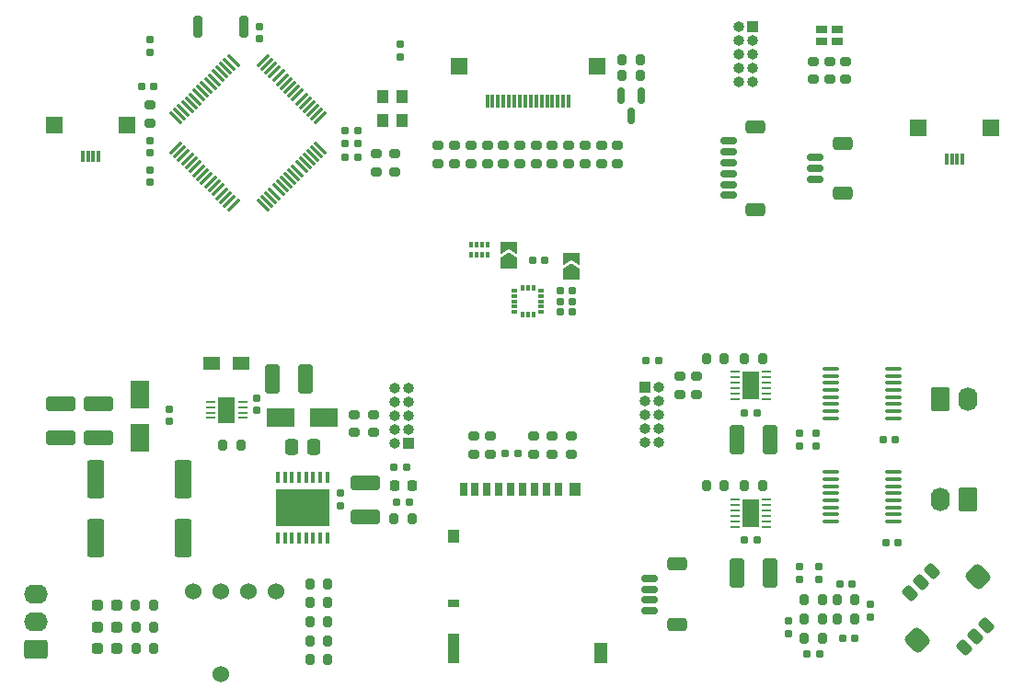
<source format=gbr>
%TF.GenerationSoftware,KiCad,Pcbnew,(6.0.4)*%
%TF.CreationDate,2022-08-24T21:10:21+09:00*%
%TF.ProjectId,robotrace_v1_main,726f626f-7472-4616-9365-5f76315f6d61,rev?*%
%TF.SameCoordinates,Original*%
%TF.FileFunction,Soldermask,Top*%
%TF.FilePolarity,Negative*%
%FSLAX46Y46*%
G04 Gerber Fmt 4.6, Leading zero omitted, Abs format (unit mm)*
G04 Created by KiCad (PCBNEW (6.0.4)) date 2022-08-24 21:10:21*
%MOMM*%
%LPD*%
G01*
G04 APERTURE LIST*
G04 Aperture macros list*
%AMRoundRect*
0 Rectangle with rounded corners*
0 $1 Rounding radius*
0 $2 $3 $4 $5 $6 $7 $8 $9 X,Y pos of 4 corners*
0 Add a 4 corners polygon primitive as box body*
4,1,4,$2,$3,$4,$5,$6,$7,$8,$9,$2,$3,0*
0 Add four circle primitives for the rounded corners*
1,1,$1+$1,$2,$3*
1,1,$1+$1,$4,$5*
1,1,$1+$1,$6,$7*
1,1,$1+$1,$8,$9*
0 Add four rect primitives between the rounded corners*
20,1,$1+$1,$2,$3,$4,$5,0*
20,1,$1+$1,$4,$5,$6,$7,0*
20,1,$1+$1,$6,$7,$8,$9,0*
20,1,$1+$1,$8,$9,$2,$3,0*%
%AMFreePoly0*
4,1,6,1.000000,0.000000,0.500000,-0.750000,-0.500000,-0.750000,-0.500000,0.750000,0.500000,0.750000,1.000000,0.000000,1.000000,0.000000,$1*%
%AMFreePoly1*
4,1,6,0.500000,-0.750000,-0.650000,-0.750000,-0.150000,0.000000,-0.650000,0.750000,0.500000,0.750000,0.500000,-0.750000,0.500000,-0.750000,$1*%
G04 Aperture macros list end*
%ADD10RoundRect,0.200000X0.275000X-0.200000X0.275000X0.200000X-0.275000X0.200000X-0.275000X-0.200000X0*%
%ADD11R,0.700000X1.200000*%
%ADD12R,1.000000X0.800000*%
%ADD13R,1.000000X1.200000*%
%ADD14R,1.000000X2.800000*%
%ADD15R,1.300000X1.900000*%
%ADD16FreePoly0,90.000000*%
%ADD17FreePoly1,90.000000*%
%ADD18RoundRect,0.250000X-0.412500X-1.100000X0.412500X-1.100000X0.412500X1.100000X-0.412500X1.100000X0*%
%ADD19RoundRect,0.200000X-0.275000X0.200000X-0.275000X-0.200000X0.275000X-0.200000X0.275000X0.200000X0*%
%ADD20R,1.500000X1.200000*%
%ADD21R,1.000000X1.000000*%
%ADD22O,1.000000X1.000000*%
%ADD23RoundRect,0.155000X-0.155000X0.212500X-0.155000X-0.212500X0.155000X-0.212500X0.155000X0.212500X0*%
%ADD24RoundRect,0.155000X-0.212500X-0.155000X0.212500X-0.155000X0.212500X0.155000X-0.212500X0.155000X0*%
%ADD25RoundRect,0.200000X0.200000X0.275000X-0.200000X0.275000X-0.200000X-0.275000X0.200000X-0.275000X0*%
%ADD26RoundRect,0.250000X1.100000X-0.412500X1.100000X0.412500X-1.100000X0.412500X-1.100000X-0.412500X0*%
%ADD27RoundRect,0.250000X-0.337500X-0.475000X0.337500X-0.475000X0.337500X0.475000X-0.337500X0.475000X0*%
%ADD28RoundRect,0.155000X0.155000X-0.212500X0.155000X0.212500X-0.155000X0.212500X-0.155000X-0.212500X0*%
%ADD29R,0.450000X1.050000*%
%ADD30R,5.000000X3.400000*%
%ADD31C,1.524000*%
%ADD32R,0.300000X1.000000*%
%ADD33R,1.600000X1.600000*%
%ADD34RoundRect,0.237500X-0.287500X-0.237500X0.287500X-0.237500X0.287500X0.237500X-0.287500X0.237500X0*%
%ADD35RoundRect,0.150000X-0.625000X0.150000X-0.625000X-0.150000X0.625000X-0.150000X0.625000X0.150000X0*%
%ADD36RoundRect,0.250000X-0.650000X0.350000X-0.650000X-0.350000X0.650000X-0.350000X0.650000X0.350000X0*%
%ADD37RoundRect,0.200000X-0.200000X-0.275000X0.200000X-0.275000X0.200000X0.275000X-0.200000X0.275000X0*%
%ADD38RoundRect,0.062500X-0.362500X-0.062500X0.362500X-0.062500X0.362500X0.062500X-0.362500X0.062500X0*%
%ADD39R,1.650000X2.380000*%
%ADD40R,1.800000X2.500000*%
%ADD41RoundRect,0.250000X0.550000X-1.500000X0.550000X1.500000X-0.550000X1.500000X-0.550000X-1.500000X0*%
%ADD42RoundRect,0.075000X0.441942X0.548008X-0.548008X-0.441942X-0.441942X-0.548008X0.548008X0.441942X0*%
%ADD43RoundRect,0.075000X-0.441942X0.548008X-0.548008X0.441942X0.441942X-0.548008X0.548008X-0.441942X0*%
%ADD44R,1.600000X2.500000*%
%ADD45RoundRect,0.250000X-0.620000X-0.845000X0.620000X-0.845000X0.620000X0.845000X-0.620000X0.845000X0*%
%ADD46O,1.740000X2.190000*%
%ADD47RoundRect,0.250000X-1.100000X0.412500X-1.100000X-0.412500X1.100000X-0.412500X1.100000X0.412500X0*%
%ADD48RoundRect,0.250000X-0.477297X0.123744X0.123744X-0.477297X0.477297X-0.123744X-0.123744X0.477297X0*%
%ADD49RoundRect,0.450000X-0.707107X0.070711X0.070711X-0.707107X0.707107X-0.070711X-0.070711X0.707107X0*%
%ADD50R,1.000000X1.300000*%
%ADD51RoundRect,0.200000X0.200000X0.800000X-0.200000X0.800000X-0.200000X-0.800000X0.200000X-0.800000X0*%
%ADD52RoundRect,0.218750X-0.218750X-0.256250X0.218750X-0.256250X0.218750X0.256250X-0.218750X0.256250X0*%
%ADD53RoundRect,0.100000X-0.637500X-0.100000X0.637500X-0.100000X0.637500X0.100000X-0.637500X0.100000X0*%
%ADD54R,2.500000X1.800000*%
%ADD55RoundRect,0.250000X0.620000X0.845000X-0.620000X0.845000X-0.620000X-0.845000X0.620000X-0.845000X0*%
%ADD56RoundRect,0.155000X0.212500X0.155000X-0.212500X0.155000X-0.212500X-0.155000X0.212500X-0.155000X0*%
%ADD57RoundRect,0.087500X-0.187500X-0.087500X0.187500X-0.087500X0.187500X0.087500X-0.187500X0.087500X0*%
%ADD58RoundRect,0.087500X-0.087500X-0.187500X0.087500X-0.187500X0.087500X0.187500X-0.087500X0.187500X0*%
%ADD59RoundRect,0.250000X0.845000X-0.620000X0.845000X0.620000X-0.845000X0.620000X-0.845000X-0.620000X0*%
%ADD60O,2.190000X1.740000*%
%ADD61R,0.300000X1.300000*%
%ADD62RoundRect,0.150000X-0.150000X0.587500X-0.150000X-0.587500X0.150000X-0.587500X0.150000X0.587500X0*%
%ADD63R,0.400000X0.500000*%
%ADD64R,0.300000X0.500000*%
G04 APERTURE END LIST*
D10*
%TO.C,R30*%
X149500000Y-97825000D03*
X149500000Y-96175000D03*
%TD*%
D11*
%TO.C,J8*%
X150025000Y-127810000D03*
X148925000Y-127810000D03*
X147825000Y-127810000D03*
X146725000Y-127810000D03*
X145625000Y-127810000D03*
X144525000Y-127810000D03*
X143425000Y-127810000D03*
X142325000Y-127810000D03*
X141375000Y-127810000D03*
D12*
X140425000Y-138310000D03*
D13*
X151575000Y-127810000D03*
X140425000Y-132110000D03*
D14*
X140425000Y-142460000D03*
D15*
X153925000Y-142910000D03*
%TD*%
D16*
%TO.C,JP4*%
X145500000Y-106975000D03*
D17*
X145500000Y-105525000D03*
%TD*%
D18*
%TO.C,C26*%
X123687500Y-117687500D03*
X126812500Y-117687500D03*
%TD*%
D10*
%TO.C,R18*%
X139000000Y-97825000D03*
X139000000Y-96175000D03*
%TD*%
D19*
%TO.C,R39*%
X161250000Y-117425000D03*
X161250000Y-119075000D03*
%TD*%
D20*
%TO.C,L1*%
X118150000Y-116250000D03*
X120850000Y-116250000D03*
%TD*%
D21*
%TO.C,J5*%
X167895000Y-85225000D03*
D22*
X166625000Y-85225000D03*
X167895000Y-86495000D03*
X166625000Y-86495000D03*
X167895000Y-87765000D03*
X166625000Y-87765000D03*
X167895000Y-89035000D03*
X166625000Y-89035000D03*
X167895000Y-90305000D03*
X166625000Y-90305000D03*
%TD*%
D10*
%TO.C,R29*%
X148000000Y-97825000D03*
X148000000Y-96175000D03*
%TD*%
D23*
%TO.C,C35*%
X174000000Y-134932500D03*
X174000000Y-136067500D03*
%TD*%
D19*
%TO.C,R4*%
X112500000Y-92425000D03*
X112500000Y-94075000D03*
%TD*%
D24*
%TO.C,C42*%
X135182500Y-129000000D03*
X136317500Y-129000000D03*
%TD*%
%TO.C,C24*%
X147682500Y-106750000D03*
X148817500Y-106750000D03*
%TD*%
D19*
%TO.C,R46*%
X133250000Y-96925000D03*
X133250000Y-98575000D03*
%TD*%
D25*
%TO.C,R9*%
X174325000Y-138000000D03*
X172675000Y-138000000D03*
%TD*%
D26*
%TO.C,C38*%
X132250000Y-130312500D03*
X132250000Y-127187500D03*
%TD*%
D27*
%TO.C,C29*%
X125462500Y-123937500D03*
X127537500Y-123937500D03*
%TD*%
D28*
%TO.C,C1*%
X122500000Y-86317500D03*
X122500000Y-85182500D03*
%TD*%
D29*
%TO.C,U6*%
X124225000Y-132275000D03*
X124875000Y-132275000D03*
X125525000Y-132275000D03*
X126175000Y-132275000D03*
X126825000Y-132275000D03*
X127475000Y-132275000D03*
X128125000Y-132275000D03*
X128775000Y-132275000D03*
X128775000Y-126725000D03*
X128125000Y-126725000D03*
X127475000Y-126725000D03*
X126825000Y-126725000D03*
X126175000Y-126725000D03*
X125525000Y-126725000D03*
X124875000Y-126725000D03*
X124225000Y-126725000D03*
D30*
X126500000Y-129500000D03*
%TD*%
D31*
%TO.C,SW3*%
X116410000Y-137200000D03*
X118950000Y-137200000D03*
X121490000Y-137200000D03*
X124030000Y-137200000D03*
X118950000Y-144820000D03*
%TD*%
D32*
%TO.C,J1*%
X187225000Y-97400000D03*
X186725000Y-97400000D03*
X186250000Y-97400000D03*
X185750000Y-97400000D03*
D33*
X183137500Y-94525000D03*
X189837500Y-94525000D03*
%TD*%
D34*
%TO.C,D2*%
X107625000Y-138500000D03*
X109375000Y-138500000D03*
%TD*%
D25*
%TO.C,R12*%
X174325000Y-139750000D03*
X172675000Y-139750000D03*
%TD*%
D35*
%TO.C,J4*%
X158425000Y-136000000D03*
X158425000Y-137000000D03*
X158425000Y-138000000D03*
X158425000Y-139000000D03*
D36*
X160950000Y-140300000D03*
X160950000Y-134700000D03*
%TD*%
D24*
%TO.C,C13*%
X130432500Y-97250000D03*
X131567500Y-97250000D03*
%TD*%
D10*
%TO.C,R27*%
X145000000Y-97825000D03*
X145000000Y-96175000D03*
%TD*%
D37*
%TO.C,R47*%
X134925000Y-130500000D03*
X136575000Y-130500000D03*
%TD*%
D10*
%TO.C,R45*%
X131250000Y-122575000D03*
X131250000Y-120925000D03*
%TD*%
D19*
%TO.C,R17*%
X147750000Y-122925000D03*
X147750000Y-124575000D03*
%TD*%
D28*
%TO.C,C37*%
X130000000Y-129317500D03*
X130000000Y-128182500D03*
%TD*%
D37*
%TO.C,R10*%
X175675000Y-138000000D03*
X177325000Y-138000000D03*
%TD*%
D10*
%TO.C,R28*%
X146500000Y-97825000D03*
X146500000Y-96175000D03*
%TD*%
D38*
%TO.C,U3*%
X118025000Y-119750000D03*
X118025000Y-120250000D03*
X118025000Y-120750000D03*
X118025000Y-121250000D03*
X120975000Y-121250000D03*
X120975000Y-120750000D03*
X120975000Y-120250000D03*
X120975000Y-119750000D03*
D39*
X119500000Y-120500000D03*
%TD*%
D18*
%TO.C,C33*%
X166437500Y-135500000D03*
X169562500Y-135500000D03*
%TD*%
D34*
%TO.C,D5*%
X107625000Y-140500000D03*
X109375000Y-140500000D03*
%TD*%
D23*
%TO.C,C25*%
X122250000Y-119432500D03*
X122250000Y-120567500D03*
%TD*%
D37*
%TO.C,R38*%
X111175000Y-140500000D03*
X112825000Y-140500000D03*
%TD*%
D10*
%TO.C,R26*%
X143500000Y-97825000D03*
X143500000Y-96175000D03*
%TD*%
D40*
%TO.C,D3*%
X111500000Y-119062500D03*
X111500000Y-123062500D03*
%TD*%
D41*
%TO.C,C15*%
X107500000Y-132262500D03*
X107500000Y-126862500D03*
%TD*%
D42*
%TO.C,U1*%
X128164481Y-93638819D03*
X127810928Y-93285266D03*
X127457375Y-92931713D03*
X127103821Y-92578159D03*
X126750268Y-92224606D03*
X126396714Y-91871052D03*
X126043161Y-91517499D03*
X125689608Y-91163946D03*
X125336054Y-90810392D03*
X124982501Y-90456839D03*
X124628948Y-90103286D03*
X124275394Y-89749732D03*
X123921841Y-89396179D03*
X123568287Y-89042625D03*
X123214734Y-88689072D03*
X122861181Y-88335519D03*
D43*
X120138819Y-88335519D03*
X119785266Y-88689072D03*
X119431713Y-89042625D03*
X119078159Y-89396179D03*
X118724606Y-89749732D03*
X118371052Y-90103286D03*
X118017499Y-90456839D03*
X117663946Y-90810392D03*
X117310392Y-91163946D03*
X116956839Y-91517499D03*
X116603286Y-91871052D03*
X116249732Y-92224606D03*
X115896179Y-92578159D03*
X115542625Y-92931713D03*
X115189072Y-93285266D03*
X114835519Y-93638819D03*
D42*
X114835519Y-96361181D03*
X115189072Y-96714734D03*
X115542625Y-97068287D03*
X115896179Y-97421841D03*
X116249732Y-97775394D03*
X116603286Y-98128948D03*
X116956839Y-98482501D03*
X117310392Y-98836054D03*
X117663946Y-99189608D03*
X118017499Y-99543161D03*
X118371052Y-99896714D03*
X118724606Y-100250268D03*
X119078159Y-100603821D03*
X119431713Y-100957375D03*
X119785266Y-101310928D03*
X120138819Y-101664481D03*
D43*
X122861181Y-101664481D03*
X123214734Y-101310928D03*
X123568287Y-100957375D03*
X123921841Y-100603821D03*
X124275394Y-100250268D03*
X124628948Y-99896714D03*
X124982501Y-99543161D03*
X125336054Y-99189608D03*
X125689608Y-98836054D03*
X126043161Y-98482501D03*
X126396714Y-98128948D03*
X126750268Y-97775394D03*
X127103821Y-97421841D03*
X127457375Y-97068287D03*
X127810928Y-96714734D03*
X128164481Y-96361181D03*
%TD*%
D38*
%TO.C,U5*%
X166325000Y-128750000D03*
X166325000Y-129250000D03*
X166325000Y-129750000D03*
X166325000Y-130250000D03*
X166325000Y-130750000D03*
X166325000Y-131250000D03*
X169175000Y-131250000D03*
X169175000Y-130750000D03*
X169175000Y-130250000D03*
X169175000Y-129750000D03*
X169175000Y-129250000D03*
X169175000Y-128750000D03*
D44*
X167750000Y-130000000D03*
%TD*%
D45*
%TO.C,J12*%
X185230000Y-119520000D03*
D46*
X187770000Y-119520000D03*
%TD*%
D47*
%TO.C,C18*%
X107750000Y-119937500D03*
X107750000Y-123062500D03*
%TD*%
D24*
%TO.C,C39*%
X179932500Y-123250000D03*
X181067500Y-123250000D03*
%TD*%
D25*
%TO.C,R40*%
X168825000Y-115750000D03*
X167175000Y-115750000D03*
%TD*%
D19*
%TO.C,R15*%
X142250000Y-122925000D03*
X142250000Y-124575000D03*
%TD*%
%TO.C,R1*%
X173500000Y-88425000D03*
X173500000Y-90075000D03*
%TD*%
%TO.C,R48*%
X135000000Y-96925000D03*
X135000000Y-98575000D03*
%TD*%
D37*
%TO.C,R8*%
X127175000Y-138250000D03*
X128825000Y-138250000D03*
%TD*%
D24*
%TO.C,C6*%
X176182500Y-141500000D03*
X177317500Y-141500000D03*
%TD*%
D48*
%TO.C,SW2*%
X184387658Y-135322779D03*
X183380030Y-136330406D03*
X182372403Y-137338033D03*
X189443471Y-140378592D03*
X188435844Y-141386220D03*
X187428217Y-142393847D03*
D49*
X188630298Y-135853109D03*
X183044155Y-141722095D03*
%TD*%
D50*
%TO.C,Y1*%
X135650000Y-93850000D03*
X135650000Y-91650000D03*
X133850000Y-91650000D03*
X133850000Y-93850000D03*
%TD*%
D10*
%TO.C,R33*%
X154000000Y-97825000D03*
X154000000Y-96175000D03*
%TD*%
D51*
%TO.C,SW1*%
X121100000Y-85250000D03*
X116900000Y-85250000D03*
%TD*%
D38*
%TO.C,U4*%
X166325000Y-117000000D03*
X166325000Y-117500000D03*
X166325000Y-118000000D03*
X166325000Y-118500000D03*
X166325000Y-119000000D03*
X166325000Y-119500000D03*
X169175000Y-119500000D03*
X169175000Y-119000000D03*
X169175000Y-118500000D03*
X169175000Y-118000000D03*
X169175000Y-117500000D03*
X169175000Y-117000000D03*
D44*
X167750000Y-118250000D03*
%TD*%
D19*
%TO.C,R42*%
X162750000Y-117425000D03*
X162750000Y-119075000D03*
%TD*%
D24*
%TO.C,C28*%
X167182500Y-132500000D03*
X168317500Y-132500000D03*
%TD*%
D35*
%TO.C,J6*%
X165675000Y-95750000D03*
X165675000Y-96750000D03*
X165675000Y-97750000D03*
X165675000Y-98750000D03*
X165675000Y-99750000D03*
X165675000Y-100750000D03*
D36*
X168200000Y-102050000D03*
X168200000Y-94450000D03*
%TD*%
D25*
%TO.C,R24*%
X157575000Y-89750000D03*
X155925000Y-89750000D03*
%TD*%
D34*
%TO.C,D6*%
X107625000Y-142500000D03*
X109375000Y-142500000D03*
%TD*%
D18*
%TO.C,C31*%
X166437500Y-123250000D03*
X169562500Y-123250000D03*
%TD*%
D19*
%TO.C,R2*%
X175000000Y-88425000D03*
X175000000Y-90075000D03*
%TD*%
D24*
%TO.C,C22*%
X150182500Y-111500000D03*
X151317500Y-111500000D03*
%TD*%
D19*
%TO.C,R20*%
X149500000Y-122925000D03*
X149500000Y-124575000D03*
%TD*%
D37*
%TO.C,R35*%
X119175000Y-123750000D03*
X120825000Y-123750000D03*
%TD*%
D52*
%TO.C,FB1*%
X135012500Y-127500000D03*
X136587500Y-127500000D03*
%TD*%
D53*
%TO.C,U7*%
X175137500Y-116725000D03*
X175137500Y-117375000D03*
X175137500Y-118025000D03*
X175137500Y-118675000D03*
X175137500Y-119325000D03*
X175137500Y-119975000D03*
X175137500Y-120625000D03*
X175137500Y-121275000D03*
X180862500Y-121275000D03*
X180862500Y-120625000D03*
X180862500Y-119975000D03*
X180862500Y-119325000D03*
X180862500Y-118675000D03*
X180862500Y-118025000D03*
X180862500Y-117375000D03*
X180862500Y-116725000D03*
%TD*%
D19*
%TO.C,R16*%
X143750000Y-122925000D03*
X143750000Y-124575000D03*
%TD*%
D37*
%TO.C,R22*%
X111125000Y-138500000D03*
X112775000Y-138500000D03*
%TD*%
D23*
%TO.C,C23*%
X114250000Y-120432500D03*
X114250000Y-121567500D03*
%TD*%
D37*
%TO.C,R6*%
X127175000Y-141750000D03*
X128825000Y-141750000D03*
%TD*%
D24*
%TO.C,C41*%
X134932500Y-125800000D03*
X136067500Y-125800000D03*
%TD*%
D23*
%TO.C,C34*%
X173750000Y-122682500D03*
X173750000Y-123817500D03*
%TD*%
D10*
%TO.C,R21*%
X140500000Y-97825000D03*
X140500000Y-96175000D03*
%TD*%
D24*
%TO.C,C21*%
X150182500Y-110500000D03*
X151317500Y-110500000D03*
%TD*%
D25*
%TO.C,R41*%
X168825000Y-127500000D03*
X167175000Y-127500000D03*
%TD*%
D54*
%TO.C,D4*%
X124500000Y-121187500D03*
X128500000Y-121187500D03*
%TD*%
D37*
%TO.C,R5*%
X127175000Y-143500000D03*
X128825000Y-143500000D03*
%TD*%
D55*
%TO.C,J11*%
X187770000Y-128730000D03*
D46*
X185230000Y-128730000D03*
%TD*%
D53*
%TO.C,U8*%
X175137500Y-126225000D03*
X175137500Y-126875000D03*
X175137500Y-127525000D03*
X175137500Y-128175000D03*
X175137500Y-128825000D03*
X175137500Y-129475000D03*
X175137500Y-130125000D03*
X175137500Y-130775000D03*
X180862500Y-130775000D03*
X180862500Y-130125000D03*
X180862500Y-129475000D03*
X180862500Y-128825000D03*
X180862500Y-128175000D03*
X180862500Y-127525000D03*
X180862500Y-126875000D03*
X180862500Y-126225000D03*
%TD*%
D37*
%TO.C,R7*%
X127175000Y-140000000D03*
X128825000Y-140000000D03*
%TD*%
D56*
%TO.C,C36*%
X159267500Y-116000000D03*
X158132500Y-116000000D03*
%TD*%
D10*
%TO.C,R31*%
X151000000Y-97825000D03*
X151000000Y-96175000D03*
%TD*%
D28*
%TO.C,C5*%
X178750000Y-139567500D03*
X178750000Y-138432500D03*
%TD*%
D23*
%TO.C,C12*%
X112500000Y-98432500D03*
X112500000Y-99567500D03*
%TD*%
D12*
%TO.C,D1*%
X174250000Y-85450000D03*
X175750000Y-85450000D03*
X175750000Y-86550000D03*
X174250000Y-86550000D03*
%TD*%
D37*
%TO.C,R19*%
X155925000Y-88250000D03*
X157575000Y-88250000D03*
%TD*%
D25*
%TO.C,R11*%
X177325000Y-139750000D03*
X175675000Y-139750000D03*
%TD*%
D23*
%TO.C,C14*%
X135500000Y-86865000D03*
X135500000Y-88000000D03*
%TD*%
D57*
%TO.C,U2*%
X146025000Y-109500000D03*
X146025000Y-110000000D03*
X146025000Y-110500000D03*
X146025000Y-111000000D03*
X146025000Y-111500000D03*
D58*
X146750000Y-111725000D03*
X147250000Y-111725000D03*
X147750000Y-111725000D03*
D57*
X148475000Y-111500000D03*
X148475000Y-111000000D03*
X148475000Y-110500000D03*
X148475000Y-110000000D03*
X148475000Y-109500000D03*
D58*
X147750000Y-109275000D03*
X147250000Y-109275000D03*
X146750000Y-109275000D03*
%TD*%
D24*
%TO.C,C27*%
X167182500Y-120750000D03*
X168317500Y-120750000D03*
%TD*%
D37*
%TO.C,R37*%
X163675000Y-127500000D03*
X165325000Y-127500000D03*
%TD*%
D24*
%TO.C,C9*%
X130432500Y-96000000D03*
X131567500Y-96000000D03*
%TD*%
D59*
%TO.C,J7*%
X102000000Y-142540000D03*
D60*
X102000000Y-140000000D03*
X102000000Y-137460000D03*
%TD*%
D25*
%TO.C,R14*%
X128825000Y-136500000D03*
X127175000Y-136500000D03*
%TD*%
D24*
%TO.C,C3*%
X111682500Y-90750000D03*
X112817500Y-90750000D03*
%TD*%
D23*
%TO.C,C32*%
X172250000Y-134932500D03*
X172250000Y-136067500D03*
%TD*%
D61*
%TO.C,J9*%
X151000000Y-92100000D03*
X150500000Y-92100000D03*
X150000000Y-92100000D03*
X149500000Y-92100000D03*
X149000000Y-92100000D03*
X148500000Y-92100000D03*
X148000000Y-92100000D03*
X147500000Y-92100000D03*
X147000000Y-92100000D03*
X146500000Y-92100000D03*
X146000000Y-92100000D03*
X145500000Y-92100000D03*
X145000000Y-92100000D03*
X144500000Y-92100000D03*
X144000000Y-92100000D03*
X143500000Y-92100000D03*
D33*
X153600000Y-88850000D03*
X140900000Y-88850000D03*
%TD*%
D35*
%TO.C,J3*%
X173675000Y-97250000D03*
X173675000Y-98250000D03*
X173675000Y-99250000D03*
D36*
X176200000Y-95950000D03*
X176200000Y-100550000D03*
%TD*%
D10*
%TO.C,R34*%
X155500000Y-97825000D03*
X155500000Y-96175000D03*
%TD*%
D24*
%TO.C,C4*%
X175932500Y-136500000D03*
X177067500Y-136500000D03*
%TD*%
D19*
%TO.C,R25*%
X151250000Y-122925000D03*
X151250000Y-124575000D03*
%TD*%
D37*
%TO.C,R44*%
X111175000Y-142500000D03*
X112825000Y-142500000D03*
%TD*%
D28*
%TO.C,C10*%
X112500000Y-87567500D03*
X112500000Y-86432500D03*
%TD*%
D56*
%TO.C,C8*%
X174067500Y-143000000D03*
X172932500Y-143000000D03*
%TD*%
D10*
%TO.C,R23*%
X142000000Y-97825000D03*
X142000000Y-96175000D03*
%TD*%
D16*
%TO.C,JP3*%
X151250000Y-107975000D03*
D17*
X151250000Y-106525000D03*
%TD*%
D37*
%TO.C,R36*%
X163675000Y-115750000D03*
X165325000Y-115750000D03*
%TD*%
D24*
%TO.C,C20*%
X150182500Y-109500000D03*
X151317500Y-109500000D03*
%TD*%
D62*
%TO.C,Q1*%
X157700000Y-91562500D03*
X155800000Y-91562500D03*
X156750000Y-93437500D03*
%TD*%
D37*
%TO.C,R13*%
X172675000Y-141500000D03*
X174325000Y-141500000D03*
%TD*%
D10*
%TO.C,R43*%
X133000000Y-122575000D03*
X133000000Y-120925000D03*
%TD*%
D19*
%TO.C,R3*%
X176500000Y-88425000D03*
X176500000Y-90075000D03*
%TD*%
D23*
%TO.C,C30*%
X172250000Y-122682500D03*
X172250000Y-123817500D03*
%TD*%
D10*
%TO.C,R32*%
X152500000Y-97825000D03*
X152500000Y-96175000D03*
%TD*%
D32*
%TO.C,J2*%
X107737500Y-97150000D03*
X107237500Y-97150000D03*
X106762500Y-97150000D03*
X106262500Y-97150000D03*
D33*
X110350000Y-94275000D03*
X103650000Y-94275000D03*
%TD*%
D28*
%TO.C,C11*%
X112500000Y-96817500D03*
X112500000Y-95682500D03*
%TD*%
D24*
%TO.C,C40*%
X180182500Y-132750000D03*
X181317500Y-132750000D03*
%TD*%
D41*
%TO.C,C16*%
X115500000Y-132262500D03*
X115500000Y-126862500D03*
%TD*%
D47*
%TO.C,C17*%
X104250000Y-119937500D03*
X104250000Y-123062500D03*
%TD*%
D56*
%TO.C,C19*%
X146317500Y-124500000D03*
X145182500Y-124500000D03*
%TD*%
D24*
%TO.C,C2*%
X130432500Y-94750000D03*
X131567500Y-94750000D03*
%TD*%
D23*
%TO.C,C7*%
X171250000Y-139932500D03*
X171250000Y-141067500D03*
%TD*%
D63*
%TO.C,RN1*%
X142000000Y-106250000D03*
D64*
X142500000Y-106250000D03*
X143000000Y-106250000D03*
D63*
X143500000Y-106250000D03*
X143500000Y-105250000D03*
D64*
X143000000Y-105250000D03*
X142500000Y-105250000D03*
D63*
X142000000Y-105250000D03*
%TD*%
D21*
%TO.C,J10*%
X158000000Y-118400000D03*
D22*
X159270000Y-118400000D03*
X158000000Y-119670000D03*
X159270000Y-119670000D03*
X158000000Y-120940000D03*
X159270000Y-120940000D03*
X158000000Y-122210000D03*
X159270000Y-122210000D03*
X158000000Y-123480000D03*
X159270000Y-123480000D03*
%TD*%
D21*
%TO.C,J13*%
X136250000Y-123600000D03*
D22*
X134980000Y-123600000D03*
X136250000Y-122330000D03*
X134980000Y-122330000D03*
X136250000Y-121060000D03*
X134980000Y-121060000D03*
X136250000Y-119790000D03*
X134980000Y-119790000D03*
X136250000Y-118520000D03*
X134980000Y-118520000D03*
%TD*%
M02*

</source>
